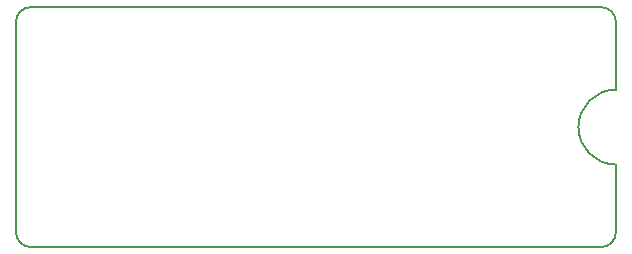
<source format=gbr>
G04 #@! TF.FileFunction,Profile,NP*
%FSLAX46Y46*%
G04 Gerber Fmt 4.6, Leading zero omitted, Abs format (unit mm)*
G04 Created by KiCad (PCBNEW 4.0.7) date 06/28/18 16:13:00*
%MOMM*%
%LPD*%
G01*
G04 APERTURE LIST*
%ADD10C,0.150000*%
G04 APERTURE END LIST*
D10*
X74930000Y-25400000D02*
X26670000Y-25400000D01*
X76200000Y-32385000D02*
X76200000Y-26670000D01*
X76200000Y-38735000D02*
X76200000Y-44450000D01*
X74930000Y-45720000D02*
X26670000Y-45720000D01*
X25400000Y-26670000D02*
X25400000Y-44450000D01*
X76200000Y-26670000D02*
G75*
G03X74930000Y-25400000I-1270000J0D01*
G01*
X74930000Y-45720000D02*
G75*
G03X76200000Y-44450000I0J1270000D01*
G01*
X25400000Y-44450000D02*
G75*
G03X26670000Y-45720000I1270000J0D01*
G01*
X26670000Y-25400000D02*
G75*
G03X25400000Y-26670000I0J-1270000D01*
G01*
X73025000Y-35560000D02*
G75*
G03X76200000Y-38735000I3175000J0D01*
G01*
X76200000Y-32385000D02*
G75*
G03X73025000Y-35560000I0J-3175000D01*
G01*
M02*

</source>
